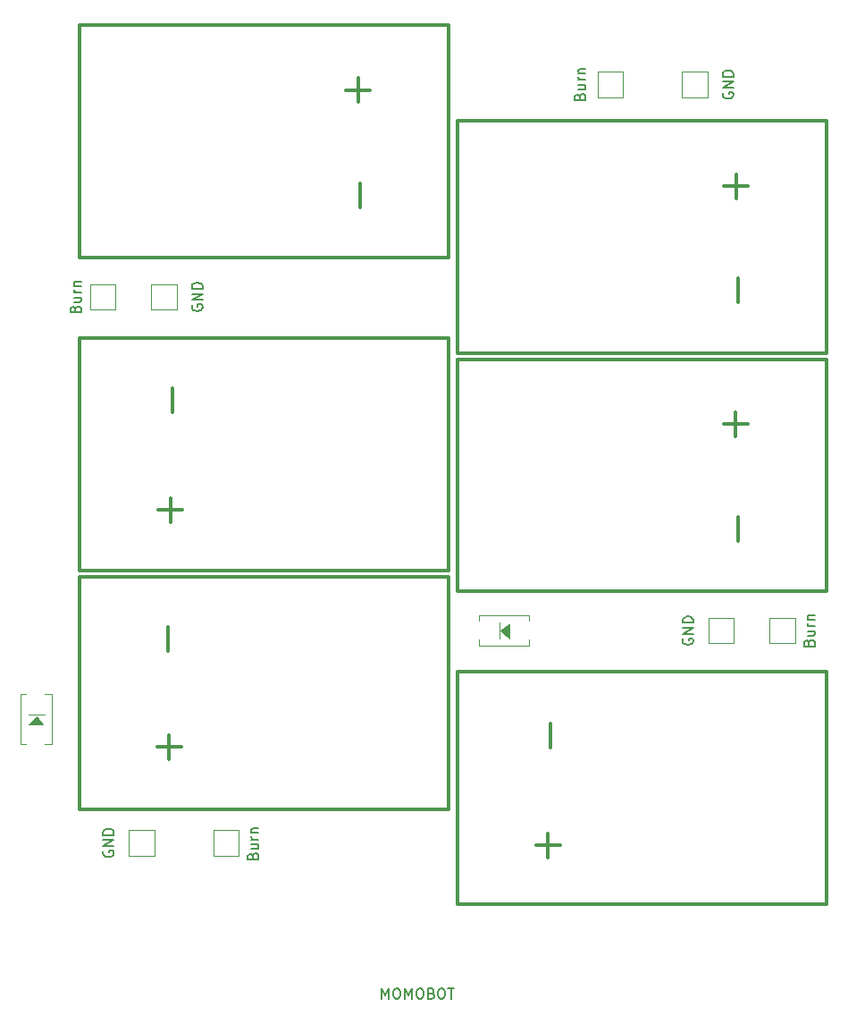
<source format=gto>
G04 #@! TF.GenerationSoftware,KiCad,Pcbnew,(6.0.5-0)*
G04 #@! TF.CreationDate,2023-01-03T07:13:37-05:00*
G04 #@! TF.ProjectId,new-solar-cell-burn-wire,6e65772d-736f-46c6-9172-2d63656c6c2d,2*
G04 #@! TF.SameCoordinates,Original*
G04 #@! TF.FileFunction,Legend,Top*
G04 #@! TF.FilePolarity,Positive*
%FSLAX46Y46*%
G04 Gerber Fmt 4.6, Leading zero omitted, Abs format (unit mm)*
G04 Created by KiCad (PCBNEW (6.0.5-0)) date 2023-01-03 07:13:37*
%MOMM*%
%LPD*%
G01*
G04 APERTURE LIST*
%ADD10C,0.150000*%
%ADD11C,0.300000*%
%ADD12C,0.120000*%
%ADD13C,0.100000*%
%ADD14C,3.000000*%
%ADD15R,2.000000X2.000000*%
%ADD16C,5.600000*%
%ADD17R,1.700000X2.500000*%
%ADD18R,2.500000X1.700000*%
G04 APERTURE END LIST*
D10*
X108842857Y-141052380D02*
X108842857Y-140052380D01*
X109176190Y-140766666D01*
X109509523Y-140052380D01*
X109509523Y-141052380D01*
X110176190Y-140052380D02*
X110366666Y-140052380D01*
X110461904Y-140100000D01*
X110557142Y-140195238D01*
X110604761Y-140385714D01*
X110604761Y-140719047D01*
X110557142Y-140909523D01*
X110461904Y-141004761D01*
X110366666Y-141052380D01*
X110176190Y-141052380D01*
X110080952Y-141004761D01*
X109985714Y-140909523D01*
X109938095Y-140719047D01*
X109938095Y-140385714D01*
X109985714Y-140195238D01*
X110080952Y-140100000D01*
X110176190Y-140052380D01*
X111033333Y-141052380D02*
X111033333Y-140052380D01*
X111366666Y-140766666D01*
X111700000Y-140052380D01*
X111700000Y-141052380D01*
X112366666Y-140052380D02*
X112557142Y-140052380D01*
X112652380Y-140100000D01*
X112747619Y-140195238D01*
X112795238Y-140385714D01*
X112795238Y-140719047D01*
X112747619Y-140909523D01*
X112652380Y-141004761D01*
X112557142Y-141052380D01*
X112366666Y-141052380D01*
X112271428Y-141004761D01*
X112176190Y-140909523D01*
X112128571Y-140719047D01*
X112128571Y-140385714D01*
X112176190Y-140195238D01*
X112271428Y-140100000D01*
X112366666Y-140052380D01*
X113557142Y-140528571D02*
X113700000Y-140576190D01*
X113747619Y-140623809D01*
X113795238Y-140719047D01*
X113795238Y-140861904D01*
X113747619Y-140957142D01*
X113700000Y-141004761D01*
X113604761Y-141052380D01*
X113223809Y-141052380D01*
X113223809Y-140052380D01*
X113557142Y-140052380D01*
X113652380Y-140100000D01*
X113700000Y-140147619D01*
X113747619Y-140242857D01*
X113747619Y-140338095D01*
X113700000Y-140433333D01*
X113652380Y-140480952D01*
X113557142Y-140528571D01*
X113223809Y-140528571D01*
X114414285Y-140052380D02*
X114604761Y-140052380D01*
X114700000Y-140100000D01*
X114795238Y-140195238D01*
X114842857Y-140385714D01*
X114842857Y-140719047D01*
X114795238Y-140909523D01*
X114700000Y-141004761D01*
X114604761Y-141052380D01*
X114414285Y-141052380D01*
X114319047Y-141004761D01*
X114223809Y-140909523D01*
X114176190Y-140719047D01*
X114176190Y-140385714D01*
X114223809Y-140195238D01*
X114319047Y-140100000D01*
X114414285Y-140052380D01*
X115128571Y-140052380D02*
X115700000Y-140052380D01*
X115414285Y-141052380D02*
X115414285Y-140052380D01*
D11*
X141257142Y-64114285D02*
X143542857Y-64114285D01*
X142400000Y-65257142D02*
X142400000Y-62971428D01*
X123457142Y-126514285D02*
X125742857Y-126514285D01*
X124600000Y-127657142D02*
X124600000Y-125371428D01*
X142614285Y-75142857D02*
X142614285Y-72857142D01*
X124814285Y-117242857D02*
X124814285Y-114957142D01*
X105457142Y-55014285D02*
X107742857Y-55014285D01*
X106600000Y-56157142D02*
X106600000Y-53871428D01*
X106814285Y-66142857D02*
X106814285Y-63857142D01*
X88614285Y-108142857D02*
X88614285Y-105857142D01*
X87557142Y-117214285D02*
X89842857Y-117214285D01*
X88700000Y-118357142D02*
X88700000Y-116071428D01*
D10*
X149328571Y-107342857D02*
X149376190Y-107200000D01*
X149423809Y-107152380D01*
X149519047Y-107104761D01*
X149661904Y-107104761D01*
X149757142Y-107152380D01*
X149804761Y-107200000D01*
X149852380Y-107295238D01*
X149852380Y-107676190D01*
X148852380Y-107676190D01*
X148852380Y-107342857D01*
X148900000Y-107247619D01*
X148947619Y-107200000D01*
X149042857Y-107152380D01*
X149138095Y-107152380D01*
X149233333Y-107200000D01*
X149280952Y-107247619D01*
X149328571Y-107342857D01*
X149328571Y-107676190D01*
X149185714Y-106247619D02*
X149852380Y-106247619D01*
X149185714Y-106676190D02*
X149709523Y-106676190D01*
X149804761Y-106628571D01*
X149852380Y-106533333D01*
X149852380Y-106390476D01*
X149804761Y-106295238D01*
X149757142Y-106247619D01*
X149852380Y-105771428D02*
X149185714Y-105771428D01*
X149376190Y-105771428D02*
X149280952Y-105723809D01*
X149233333Y-105676190D01*
X149185714Y-105580952D01*
X149185714Y-105485714D01*
X149185714Y-105152380D02*
X149852380Y-105152380D01*
X149280952Y-105152380D02*
X149233333Y-105104761D01*
X149185714Y-105009523D01*
X149185714Y-104866666D01*
X149233333Y-104771428D01*
X149328571Y-104723809D01*
X149852380Y-104723809D01*
X82500000Y-127061904D02*
X82452380Y-127157142D01*
X82452380Y-127300000D01*
X82500000Y-127442857D01*
X82595238Y-127538095D01*
X82690476Y-127585714D01*
X82880952Y-127633333D01*
X83023809Y-127633333D01*
X83214285Y-127585714D01*
X83309523Y-127538095D01*
X83404761Y-127442857D01*
X83452380Y-127300000D01*
X83452380Y-127204761D01*
X83404761Y-127061904D01*
X83357142Y-127014285D01*
X83023809Y-127014285D01*
X83023809Y-127204761D01*
X83452380Y-126585714D02*
X82452380Y-126585714D01*
X83452380Y-126014285D01*
X82452380Y-126014285D01*
X83452380Y-125538095D02*
X82452380Y-125538095D01*
X82452380Y-125300000D01*
X82500000Y-125157142D01*
X82595238Y-125061904D01*
X82690476Y-125014285D01*
X82880952Y-124966666D01*
X83023809Y-124966666D01*
X83214285Y-125014285D01*
X83309523Y-125061904D01*
X83404761Y-125157142D01*
X83452380Y-125300000D01*
X83452380Y-125538095D01*
X141200000Y-55261904D02*
X141152380Y-55357142D01*
X141152380Y-55500000D01*
X141200000Y-55642857D01*
X141295238Y-55738095D01*
X141390476Y-55785714D01*
X141580952Y-55833333D01*
X141723809Y-55833333D01*
X141914285Y-55785714D01*
X142009523Y-55738095D01*
X142104761Y-55642857D01*
X142152380Y-55500000D01*
X142152380Y-55404761D01*
X142104761Y-55261904D01*
X142057142Y-55214285D01*
X141723809Y-55214285D01*
X141723809Y-55404761D01*
X142152380Y-54785714D02*
X141152380Y-54785714D01*
X142152380Y-54214285D01*
X141152380Y-54214285D01*
X142152380Y-53738095D02*
X141152380Y-53738095D01*
X141152380Y-53500000D01*
X141200000Y-53357142D01*
X141295238Y-53261904D01*
X141390476Y-53214285D01*
X141580952Y-53166666D01*
X141723809Y-53166666D01*
X141914285Y-53214285D01*
X142009523Y-53261904D01*
X142104761Y-53357142D01*
X142152380Y-53500000D01*
X142152380Y-53738095D01*
X79828571Y-75742857D02*
X79876190Y-75600000D01*
X79923809Y-75552380D01*
X80019047Y-75504761D01*
X80161904Y-75504761D01*
X80257142Y-75552380D01*
X80304761Y-75600000D01*
X80352380Y-75695238D01*
X80352380Y-76076190D01*
X79352380Y-76076190D01*
X79352380Y-75742857D01*
X79400000Y-75647619D01*
X79447619Y-75600000D01*
X79542857Y-75552380D01*
X79638095Y-75552380D01*
X79733333Y-75600000D01*
X79780952Y-75647619D01*
X79828571Y-75742857D01*
X79828571Y-76076190D01*
X79685714Y-74647619D02*
X80352380Y-74647619D01*
X79685714Y-75076190D02*
X80209523Y-75076190D01*
X80304761Y-75028571D01*
X80352380Y-74933333D01*
X80352380Y-74790476D01*
X80304761Y-74695238D01*
X80257142Y-74647619D01*
X80352380Y-74171428D02*
X79685714Y-74171428D01*
X79876190Y-74171428D02*
X79780952Y-74123809D01*
X79733333Y-74076190D01*
X79685714Y-73980952D01*
X79685714Y-73885714D01*
X79685714Y-73552380D02*
X80352380Y-73552380D01*
X79780952Y-73552380D02*
X79733333Y-73504761D01*
X79685714Y-73409523D01*
X79685714Y-73266666D01*
X79733333Y-73171428D01*
X79828571Y-73123809D01*
X80352380Y-73123809D01*
D11*
X87667142Y-94794285D02*
X89952857Y-94794285D01*
X88810000Y-95937142D02*
X88810000Y-93651428D01*
X89024285Y-85562857D02*
X89024285Y-83277142D01*
D10*
X90900000Y-75361904D02*
X90852380Y-75457142D01*
X90852380Y-75600000D01*
X90900000Y-75742857D01*
X90995238Y-75838095D01*
X91090476Y-75885714D01*
X91280952Y-75933333D01*
X91423809Y-75933333D01*
X91614285Y-75885714D01*
X91709523Y-75838095D01*
X91804761Y-75742857D01*
X91852380Y-75600000D01*
X91852380Y-75504761D01*
X91804761Y-75361904D01*
X91757142Y-75314285D01*
X91423809Y-75314285D01*
X91423809Y-75504761D01*
X91852380Y-74885714D02*
X90852380Y-74885714D01*
X91852380Y-74314285D01*
X90852380Y-74314285D01*
X91852380Y-73838095D02*
X90852380Y-73838095D01*
X90852380Y-73600000D01*
X90900000Y-73457142D01*
X90995238Y-73361904D01*
X91090476Y-73314285D01*
X91280952Y-73266666D01*
X91423809Y-73266666D01*
X91614285Y-73314285D01*
X91709523Y-73361904D01*
X91804761Y-73457142D01*
X91852380Y-73600000D01*
X91852380Y-73838095D01*
D11*
X142604285Y-97722857D02*
X142604285Y-95437142D01*
X141247142Y-86634285D02*
X143532857Y-86634285D01*
X142390000Y-87777142D02*
X142390000Y-85491428D01*
D10*
X96628571Y-127542857D02*
X96676190Y-127400000D01*
X96723809Y-127352380D01*
X96819047Y-127304761D01*
X96961904Y-127304761D01*
X97057142Y-127352380D01*
X97104761Y-127400000D01*
X97152380Y-127495238D01*
X97152380Y-127876190D01*
X96152380Y-127876190D01*
X96152380Y-127542857D01*
X96200000Y-127447619D01*
X96247619Y-127400000D01*
X96342857Y-127352380D01*
X96438095Y-127352380D01*
X96533333Y-127400000D01*
X96580952Y-127447619D01*
X96628571Y-127542857D01*
X96628571Y-127876190D01*
X96485714Y-126447619D02*
X97152380Y-126447619D01*
X96485714Y-126876190D02*
X97009523Y-126876190D01*
X97104761Y-126828571D01*
X97152380Y-126733333D01*
X97152380Y-126590476D01*
X97104761Y-126495238D01*
X97057142Y-126447619D01*
X97152380Y-125971428D02*
X96485714Y-125971428D01*
X96676190Y-125971428D02*
X96580952Y-125923809D01*
X96533333Y-125876190D01*
X96485714Y-125780952D01*
X96485714Y-125685714D01*
X96485714Y-125352380D02*
X97152380Y-125352380D01*
X96580952Y-125352380D02*
X96533333Y-125304761D01*
X96485714Y-125209523D01*
X96485714Y-125066666D01*
X96533333Y-124971428D01*
X96628571Y-124923809D01*
X97152380Y-124923809D01*
X127628571Y-55642857D02*
X127676190Y-55500000D01*
X127723809Y-55452380D01*
X127819047Y-55404761D01*
X127961904Y-55404761D01*
X128057142Y-55452380D01*
X128104761Y-55500000D01*
X128152380Y-55595238D01*
X128152380Y-55976190D01*
X127152380Y-55976190D01*
X127152380Y-55642857D01*
X127200000Y-55547619D01*
X127247619Y-55500000D01*
X127342857Y-55452380D01*
X127438095Y-55452380D01*
X127533333Y-55500000D01*
X127580952Y-55547619D01*
X127628571Y-55642857D01*
X127628571Y-55976190D01*
X127485714Y-54547619D02*
X128152380Y-54547619D01*
X127485714Y-54976190D02*
X128009523Y-54976190D01*
X128104761Y-54928571D01*
X128152380Y-54833333D01*
X128152380Y-54690476D01*
X128104761Y-54595238D01*
X128057142Y-54547619D01*
X128152380Y-54071428D02*
X127485714Y-54071428D01*
X127676190Y-54071428D02*
X127580952Y-54023809D01*
X127533333Y-53976190D01*
X127485714Y-53880952D01*
X127485714Y-53785714D01*
X127485714Y-53452380D02*
X128152380Y-53452380D01*
X127580952Y-53452380D02*
X127533333Y-53404761D01*
X127485714Y-53309523D01*
X127485714Y-53166666D01*
X127533333Y-53071428D01*
X127628571Y-53023809D01*
X128152380Y-53023809D01*
X137400000Y-106961904D02*
X137352380Y-107057142D01*
X137352380Y-107200000D01*
X137400000Y-107342857D01*
X137495238Y-107438095D01*
X137590476Y-107485714D01*
X137780952Y-107533333D01*
X137923809Y-107533333D01*
X138114285Y-107485714D01*
X138209523Y-107438095D01*
X138304761Y-107342857D01*
X138352380Y-107200000D01*
X138352380Y-107104761D01*
X138304761Y-106961904D01*
X138257142Y-106914285D01*
X137923809Y-106914285D01*
X137923809Y-107104761D01*
X138352380Y-106485714D02*
X137352380Y-106485714D01*
X138352380Y-105914285D01*
X137352380Y-105914285D01*
X138352380Y-105438095D02*
X137352380Y-105438095D01*
X137352380Y-105200000D01*
X137400000Y-105057142D01*
X137495238Y-104961904D01*
X137590476Y-104914285D01*
X137780952Y-104866666D01*
X137923809Y-104866666D01*
X138114285Y-104914285D01*
X138209523Y-104961904D01*
X138304761Y-105057142D01*
X138352380Y-105200000D01*
X138352380Y-105438095D01*
D11*
X115200000Y-123100000D02*
X80200000Y-123100000D01*
X80200000Y-123100000D02*
X80200000Y-101100000D01*
X80200000Y-101100000D02*
X115200000Y-101100000D01*
X115200000Y-101100000D02*
X115200000Y-123100000D01*
X115200000Y-48900000D02*
X115200000Y-70900000D01*
X80200000Y-70900000D02*
X80200000Y-48900000D01*
X115200000Y-70900000D02*
X80200000Y-70900000D01*
X80200000Y-48900000D02*
X115200000Y-48900000D01*
D12*
X148000000Y-105000000D02*
X148000000Y-107400000D01*
X148000000Y-107400000D02*
X145600000Y-107400000D01*
X145600000Y-105000000D02*
X148000000Y-105000000D01*
X145600000Y-107400000D02*
X145600000Y-105000000D01*
X84900000Y-125100000D02*
X87300000Y-125100000D01*
X84900000Y-127500000D02*
X84900000Y-125100000D01*
X87300000Y-125100000D02*
X87300000Y-127500000D01*
X87300000Y-127500000D02*
X84900000Y-127500000D01*
X137300000Y-53300000D02*
X139700000Y-53300000D01*
X137300000Y-55700000D02*
X137300000Y-53300000D01*
X139700000Y-55700000D02*
X137300000Y-55700000D01*
X139700000Y-53300000D02*
X139700000Y-55700000D01*
X81200000Y-75800000D02*
X81200000Y-73400000D01*
X83600000Y-75800000D02*
X81200000Y-75800000D01*
X83600000Y-73400000D02*
X83600000Y-75800000D01*
X81200000Y-73400000D02*
X83600000Y-73400000D01*
D11*
X115200000Y-100500000D02*
X80200000Y-100500000D01*
X80200000Y-100500000D02*
X80200000Y-78500000D01*
X115200000Y-78500000D02*
X115200000Y-100500000D01*
X80200000Y-78500000D02*
X115200000Y-78500000D01*
D12*
X87000000Y-75800000D02*
X87000000Y-73400000D01*
X89400000Y-75800000D02*
X87000000Y-75800000D01*
X89400000Y-73400000D02*
X89400000Y-75800000D01*
X87000000Y-73400000D02*
X89400000Y-73400000D01*
D11*
X151000000Y-102500000D02*
X116000000Y-102500000D01*
X151000000Y-80500000D02*
X151000000Y-102500000D01*
X116000000Y-102500000D02*
X116000000Y-80500000D01*
X116000000Y-80500000D02*
X151000000Y-80500000D01*
D12*
X95300000Y-127500000D02*
X92900000Y-127500000D01*
X92900000Y-127500000D02*
X92900000Y-125100000D01*
X92900000Y-125100000D02*
X95300000Y-125100000D01*
X95300000Y-125100000D02*
X95300000Y-127500000D01*
X131700000Y-55700000D02*
X129300000Y-55700000D01*
X131700000Y-53300000D02*
X131700000Y-55700000D01*
X129300000Y-55700000D02*
X129300000Y-53300000D01*
X129300000Y-53300000D02*
X131700000Y-53300000D01*
D11*
X116000000Y-110100000D02*
X151000000Y-110100000D01*
X151000000Y-110100000D02*
X151000000Y-132100000D01*
X116000000Y-132100000D02*
X116000000Y-110100000D01*
X151000000Y-132100000D02*
X116000000Y-132100000D01*
X151000000Y-79900000D02*
X116000000Y-79900000D01*
X151000000Y-57900000D02*
X151000000Y-79900000D01*
X116000000Y-79900000D02*
X116000000Y-57900000D01*
X116000000Y-57900000D02*
X151000000Y-57900000D01*
D12*
X74650000Y-116975000D02*
X77550000Y-116975000D01*
X76912800Y-114168200D02*
X75363400Y-114168200D01*
X74650000Y-112225000D02*
X77550000Y-112225000D01*
X77550000Y-112225000D02*
X77550000Y-116975000D01*
X74650000Y-112225000D02*
X74650000Y-116975000D01*
G36*
X76735000Y-115108000D02*
G01*
X75388800Y-115108000D01*
X76125400Y-114295200D01*
X76735000Y-115108000D01*
G37*
D13*
X76735000Y-115108000D02*
X75388800Y-115108000D01*
X76125400Y-114295200D01*
X76735000Y-115108000D01*
D12*
X139800000Y-107400000D02*
X139800000Y-105000000D01*
X142200000Y-105000000D02*
X142200000Y-107400000D01*
X142200000Y-107400000D02*
X139800000Y-107400000D01*
X139800000Y-105000000D02*
X142200000Y-105000000D01*
X118025000Y-104750000D02*
X122775000Y-104750000D01*
X118025000Y-107650000D02*
X118025000Y-104750000D01*
X118025000Y-107650000D02*
X122775000Y-107650000D01*
X122775000Y-107650000D02*
X122775000Y-104750000D01*
X119968200Y-105387200D02*
X119968200Y-106936600D01*
G36*
X120908000Y-106911200D02*
G01*
X120095200Y-106174600D01*
X120908000Y-105565000D01*
X120908000Y-106911200D01*
G37*
D13*
X120908000Y-106911200D02*
X120095200Y-106174600D01*
X120908000Y-105565000D01*
X120908000Y-106911200D01*
%LPC*%
D14*
X84700000Y-116600000D03*
X84700000Y-107600000D03*
X110700000Y-55400000D03*
X110700000Y-64400000D03*
D15*
X146800000Y-106200000D03*
X86100000Y-126300000D03*
X138500000Y-54500000D03*
X82400000Y-74600000D03*
D16*
X125850000Y-42750000D03*
D14*
X84700000Y-94000000D03*
X84700000Y-85000000D03*
D15*
X88200000Y-74600000D03*
D16*
X98350000Y-42750000D03*
D14*
X146500000Y-87000000D03*
X146500000Y-96000000D03*
D15*
X94100000Y-126300000D03*
D16*
X98350000Y-138250000D03*
X125850000Y-138250000D03*
D15*
X130500000Y-54500000D03*
D14*
X120500000Y-125600000D03*
X120500000Y-116600000D03*
X146500000Y-64400000D03*
X146500000Y-73400000D03*
D17*
X76100000Y-112600000D03*
X76100000Y-116600000D03*
D15*
X141000000Y-106200000D03*
D18*
X118400000Y-106200000D03*
X122400000Y-106200000D03*
M02*

</source>
